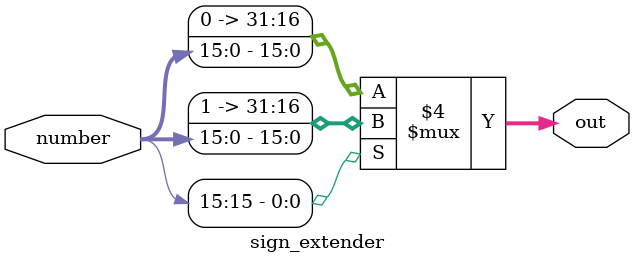
<source format=v>
`timescale 1ns / 1ps


module sign_extender(number,out);
input [15:0]number;
output reg [31:0] out;


always@(number) begin
  if(number[15]==1'b1) out<={16'h0xffff,number};
  else out<={16'h0,number};
end

endmodule

</source>
